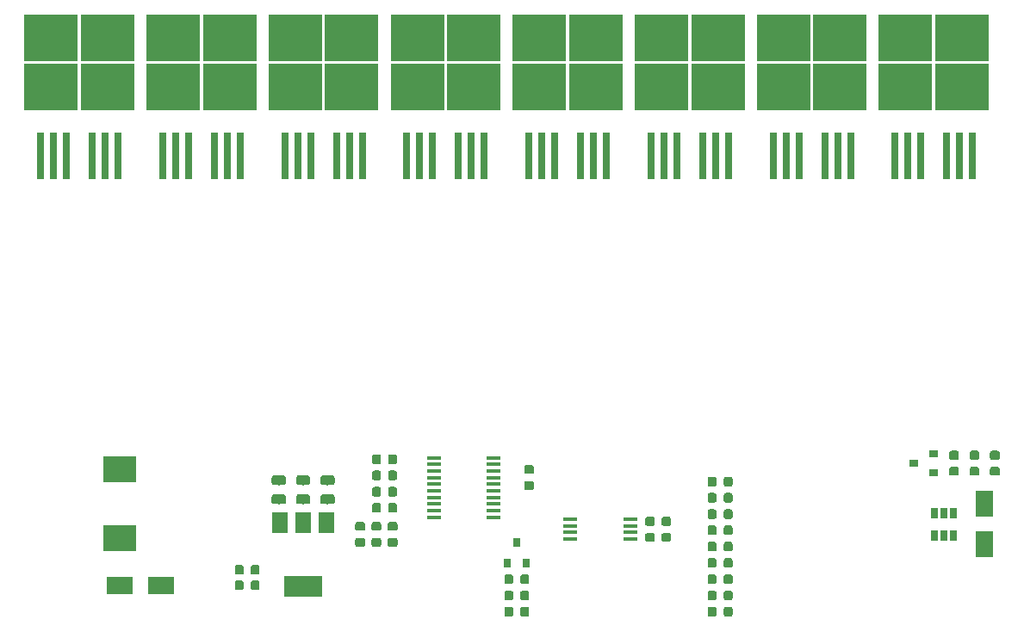
<source format=gbr>
G04 #@! TF.GenerationSoftware,KiCad,Pcbnew,5.99.0-unknown-23e09d3~100~ubuntu18.04.1*
G04 #@! TF.CreationDate,2019-10-17T17:12:07+05:30*
G04 #@! TF.ProjectId,Spot_Welder,53706f74-5f57-4656-9c64-65722e6b6963,rev?*
G04 #@! TF.SameCoordinates,Original*
G04 #@! TF.FileFunction,Paste,Top*
G04 #@! TF.FilePolarity,Positive*
%FSLAX46Y46*%
G04 Gerber Fmt 4.6, Leading zero omitted, Abs format (unit mm)*
G04 Created by KiCad (PCBNEW 5.99.0-unknown-23e09d3~100~ubuntu18.04.1) date 2019-10-17 17:12:07*
%MOMM*%
%LPD*%
G04 APERTURE LIST*
%ADD10R,1.450000X0.450000*%
%ADD11C,0.100000*%
%ADD12C,0.975000*%
%ADD13R,5.250000X4.550000*%
%ADD14R,0.800000X4.600000*%
%ADD15C,0.875000*%
%ADD16R,0.650000X1.060000*%
%ADD17R,1.500000X2.000000*%
%ADD18R,3.800000X2.000000*%
%ADD19R,1.800000X2.500000*%
%ADD20R,0.900000X0.800000*%
%ADD21R,0.800000X0.900000*%
%ADD22R,2.500000X1.800000*%
%ADD23R,3.300000X2.500000*%
G04 APERTURE END LIST*
D10*
X142150000Y-168525000D03*
X142150000Y-169175000D03*
X142150000Y-169825000D03*
X142150000Y-170475000D03*
X136250000Y-170475000D03*
X136250000Y-169825000D03*
X136250000Y-169175000D03*
X136250000Y-168525000D03*
D11*
G36*
X110549529Y-164193554D02*
G01*
X110628607Y-164246393D01*
X110681446Y-164325471D01*
X110700000Y-164418750D01*
X110700000Y-164906250D01*
X110681446Y-164999529D01*
X110628607Y-165078607D01*
X110549529Y-165131446D01*
X110456250Y-165150000D01*
X109543750Y-165150000D01*
X109450471Y-165131446D01*
X109371393Y-165078607D01*
X109318554Y-164999529D01*
X109300000Y-164906250D01*
X109300000Y-164418750D01*
X109318554Y-164325471D01*
X109371393Y-164246393D01*
X109450471Y-164193554D01*
X109543750Y-164175000D01*
X110456250Y-164175000D01*
X110549529Y-164193554D01*
G37*
D12*
X110000000Y-164662500D03*
D11*
G36*
X110549529Y-166068554D02*
G01*
X110628607Y-166121393D01*
X110681446Y-166200471D01*
X110700000Y-166293750D01*
X110700000Y-166781250D01*
X110681446Y-166874529D01*
X110628607Y-166953607D01*
X110549529Y-167006446D01*
X110456250Y-167025000D01*
X109543750Y-167025000D01*
X109450471Y-167006446D01*
X109371393Y-166953607D01*
X109318554Y-166874529D01*
X109300000Y-166781250D01*
X109300000Y-166293750D01*
X109318554Y-166200471D01*
X109371393Y-166121393D01*
X109450471Y-166068554D01*
X109543750Y-166050000D01*
X110456250Y-166050000D01*
X110549529Y-166068554D01*
G37*
D12*
X110000000Y-166537500D03*
D13*
X174775000Y-126050000D03*
X169225000Y-121200000D03*
X169225000Y-126050000D03*
X174775000Y-121200000D03*
D14*
X175810000Y-132775000D03*
X174540000Y-132775000D03*
X173270000Y-132775000D03*
X170730000Y-132775000D03*
X169460000Y-132775000D03*
X168190000Y-132775000D03*
D10*
X128750000Y-162475000D03*
X128750000Y-163125000D03*
X128750000Y-163775000D03*
X128750000Y-164425000D03*
X128750000Y-165075000D03*
X128750000Y-165725000D03*
X128750000Y-166375000D03*
X128750000Y-167025000D03*
X128750000Y-167675000D03*
X128750000Y-168325000D03*
X122850000Y-168325000D03*
X122850000Y-167675000D03*
X122850000Y-167025000D03*
X122850000Y-166375000D03*
X122850000Y-165725000D03*
X122850000Y-165075000D03*
X122850000Y-164425000D03*
X122850000Y-163775000D03*
X122850000Y-163125000D03*
X122850000Y-162475000D03*
D11*
G36*
X132089962Y-175541651D02*
G01*
X132160930Y-175589070D01*
X132208349Y-175660038D01*
X132225000Y-175743750D01*
X132225000Y-176256250D01*
X132208349Y-176339962D01*
X132160930Y-176410930D01*
X132089962Y-176458349D01*
X132006250Y-176475000D01*
X131568750Y-176475000D01*
X131485038Y-176458349D01*
X131414070Y-176410930D01*
X131366651Y-176339962D01*
X131350000Y-176256250D01*
X131350000Y-175743750D01*
X131366651Y-175660038D01*
X131414070Y-175589070D01*
X131485038Y-175541651D01*
X131568750Y-175525000D01*
X132006250Y-175525000D01*
X132089962Y-175541651D01*
G37*
D15*
X131787500Y-176000000D03*
D11*
G36*
X130514962Y-175541651D02*
G01*
X130585930Y-175589070D01*
X130633349Y-175660038D01*
X130650000Y-175743750D01*
X130650000Y-176256250D01*
X130633349Y-176339962D01*
X130585930Y-176410930D01*
X130514962Y-176458349D01*
X130431250Y-176475000D01*
X129993750Y-176475000D01*
X129910038Y-176458349D01*
X129839070Y-176410930D01*
X129791651Y-176339962D01*
X129775000Y-176256250D01*
X129775000Y-175743750D01*
X129791651Y-175660038D01*
X129839070Y-175589070D01*
X129910038Y-175541651D01*
X129993750Y-175525000D01*
X130431250Y-175525000D01*
X130514962Y-175541651D01*
G37*
D15*
X130212500Y-176000000D03*
D11*
G36*
X117514962Y-163741651D02*
G01*
X117585930Y-163789070D01*
X117633349Y-163860038D01*
X117650000Y-163943750D01*
X117650000Y-164456250D01*
X117633349Y-164539962D01*
X117585930Y-164610930D01*
X117514962Y-164658349D01*
X117431250Y-164675000D01*
X116993750Y-164675000D01*
X116910038Y-164658349D01*
X116839070Y-164610930D01*
X116791651Y-164539962D01*
X116775000Y-164456250D01*
X116775000Y-163943750D01*
X116791651Y-163860038D01*
X116839070Y-163789070D01*
X116910038Y-163741651D01*
X116993750Y-163725000D01*
X117431250Y-163725000D01*
X117514962Y-163741651D01*
G37*
D15*
X117212500Y-164200000D03*
D11*
G36*
X119089962Y-163741651D02*
G01*
X119160930Y-163789070D01*
X119208349Y-163860038D01*
X119225000Y-163943750D01*
X119225000Y-164456250D01*
X119208349Y-164539962D01*
X119160930Y-164610930D01*
X119089962Y-164658349D01*
X119006250Y-164675000D01*
X118568750Y-164675000D01*
X118485038Y-164658349D01*
X118414070Y-164610930D01*
X118366651Y-164539962D01*
X118350000Y-164456250D01*
X118350000Y-163943750D01*
X118366651Y-163860038D01*
X118414070Y-163789070D01*
X118485038Y-163741651D01*
X118568750Y-163725000D01*
X119006250Y-163725000D01*
X119089962Y-163741651D01*
G37*
D15*
X118787500Y-164200000D03*
D11*
G36*
X119089962Y-166941651D02*
G01*
X119160930Y-166989070D01*
X119208349Y-167060038D01*
X119225000Y-167143750D01*
X119225000Y-167656250D01*
X119208349Y-167739962D01*
X119160930Y-167810930D01*
X119089962Y-167858349D01*
X119006250Y-167875000D01*
X118568750Y-167875000D01*
X118485038Y-167858349D01*
X118414070Y-167810930D01*
X118366651Y-167739962D01*
X118350000Y-167656250D01*
X118350000Y-167143750D01*
X118366651Y-167060038D01*
X118414070Y-166989070D01*
X118485038Y-166941651D01*
X118568750Y-166925000D01*
X119006250Y-166925000D01*
X119089962Y-166941651D01*
G37*
D15*
X118787500Y-167400000D03*
D11*
G36*
X117514962Y-166941651D02*
G01*
X117585930Y-166989070D01*
X117633349Y-167060038D01*
X117650000Y-167143750D01*
X117650000Y-167656250D01*
X117633349Y-167739962D01*
X117585930Y-167810930D01*
X117514962Y-167858349D01*
X117431250Y-167875000D01*
X116993750Y-167875000D01*
X116910038Y-167858349D01*
X116839070Y-167810930D01*
X116791651Y-167739962D01*
X116775000Y-167656250D01*
X116775000Y-167143750D01*
X116791651Y-167060038D01*
X116839070Y-166989070D01*
X116910038Y-166941651D01*
X116993750Y-166925000D01*
X117431250Y-166925000D01*
X117514962Y-166941651D01*
G37*
D15*
X117212500Y-167400000D03*
D11*
G36*
X117514962Y-165341651D02*
G01*
X117585930Y-165389070D01*
X117633349Y-165460038D01*
X117650000Y-165543750D01*
X117650000Y-166056250D01*
X117633349Y-166139962D01*
X117585930Y-166210930D01*
X117514962Y-166258349D01*
X117431250Y-166275000D01*
X116993750Y-166275000D01*
X116910038Y-166258349D01*
X116839070Y-166210930D01*
X116791651Y-166139962D01*
X116775000Y-166056250D01*
X116775000Y-165543750D01*
X116791651Y-165460038D01*
X116839070Y-165389070D01*
X116910038Y-165341651D01*
X116993750Y-165325000D01*
X117431250Y-165325000D01*
X117514962Y-165341651D01*
G37*
D15*
X117212500Y-165800000D03*
D11*
G36*
X119089962Y-165341651D02*
G01*
X119160930Y-165389070D01*
X119208349Y-165460038D01*
X119225000Y-165543750D01*
X119225000Y-166056250D01*
X119208349Y-166139962D01*
X119160930Y-166210930D01*
X119089962Y-166258349D01*
X119006250Y-166275000D01*
X118568750Y-166275000D01*
X118485038Y-166258349D01*
X118414070Y-166210930D01*
X118366651Y-166139962D01*
X118350000Y-166056250D01*
X118350000Y-165543750D01*
X118366651Y-165460038D01*
X118414070Y-165389070D01*
X118485038Y-165341651D01*
X118568750Y-165325000D01*
X119006250Y-165325000D01*
X119089962Y-165341651D01*
G37*
D15*
X118787500Y-165800000D03*
D11*
G36*
X132539962Y-163191651D02*
G01*
X132610930Y-163239070D01*
X132658349Y-163310038D01*
X132675000Y-163393750D01*
X132675000Y-163831250D01*
X132658349Y-163914962D01*
X132610930Y-163985930D01*
X132539962Y-164033349D01*
X132456250Y-164050000D01*
X131943750Y-164050000D01*
X131860038Y-164033349D01*
X131789070Y-163985930D01*
X131741651Y-163914962D01*
X131725000Y-163831250D01*
X131725000Y-163393750D01*
X131741651Y-163310038D01*
X131789070Y-163239070D01*
X131860038Y-163191651D01*
X131943750Y-163175000D01*
X132456250Y-163175000D01*
X132539962Y-163191651D01*
G37*
D15*
X132200000Y-163612500D03*
D11*
G36*
X132539962Y-164766651D02*
G01*
X132610930Y-164814070D01*
X132658349Y-164885038D01*
X132675000Y-164968750D01*
X132675000Y-165406250D01*
X132658349Y-165489962D01*
X132610930Y-165560930D01*
X132539962Y-165608349D01*
X132456250Y-165625000D01*
X131943750Y-165625000D01*
X131860038Y-165608349D01*
X131789070Y-165560930D01*
X131741651Y-165489962D01*
X131725000Y-165406250D01*
X131725000Y-164968750D01*
X131741651Y-164885038D01*
X131789070Y-164814070D01*
X131860038Y-164766651D01*
X131943750Y-164750000D01*
X132456250Y-164750000D01*
X132539962Y-164766651D01*
G37*
D15*
X132200000Y-165187500D03*
D11*
G36*
X117514962Y-162141651D02*
G01*
X117585930Y-162189070D01*
X117633349Y-162260038D01*
X117650000Y-162343750D01*
X117650000Y-162856250D01*
X117633349Y-162939962D01*
X117585930Y-163010930D01*
X117514962Y-163058349D01*
X117431250Y-163075000D01*
X116993750Y-163075000D01*
X116910038Y-163058349D01*
X116839070Y-163010930D01*
X116791651Y-162939962D01*
X116775000Y-162856250D01*
X116775000Y-162343750D01*
X116791651Y-162260038D01*
X116839070Y-162189070D01*
X116910038Y-162141651D01*
X116993750Y-162125000D01*
X117431250Y-162125000D01*
X117514962Y-162141651D01*
G37*
D15*
X117212500Y-162600000D03*
D11*
G36*
X119089962Y-162141651D02*
G01*
X119160930Y-162189070D01*
X119208349Y-162260038D01*
X119225000Y-162343750D01*
X119225000Y-162856250D01*
X119208349Y-162939962D01*
X119160930Y-163010930D01*
X119089962Y-163058349D01*
X119006250Y-163075000D01*
X118568750Y-163075000D01*
X118485038Y-163058349D01*
X118414070Y-163010930D01*
X118366651Y-162939962D01*
X118350000Y-162856250D01*
X118350000Y-162343750D01*
X118366651Y-162260038D01*
X118414070Y-162189070D01*
X118485038Y-162141651D01*
X118568750Y-162125000D01*
X119006250Y-162125000D01*
X119089962Y-162141651D01*
G37*
D15*
X118787500Y-162600000D03*
D11*
G36*
X144439962Y-169866651D02*
G01*
X144510930Y-169914070D01*
X144558349Y-169985038D01*
X144575000Y-170068750D01*
X144575000Y-170506250D01*
X144558349Y-170589962D01*
X144510930Y-170660930D01*
X144439962Y-170708349D01*
X144356250Y-170725000D01*
X143843750Y-170725000D01*
X143760038Y-170708349D01*
X143689070Y-170660930D01*
X143641651Y-170589962D01*
X143625000Y-170506250D01*
X143625000Y-170068750D01*
X143641651Y-169985038D01*
X143689070Y-169914070D01*
X143760038Y-169866651D01*
X143843750Y-169850000D01*
X144356250Y-169850000D01*
X144439962Y-169866651D01*
G37*
D15*
X144100000Y-170287500D03*
D11*
G36*
X144439962Y-168291651D02*
G01*
X144510930Y-168339070D01*
X144558349Y-168410038D01*
X144575000Y-168493750D01*
X144575000Y-168931250D01*
X144558349Y-169014962D01*
X144510930Y-169085930D01*
X144439962Y-169133349D01*
X144356250Y-169150000D01*
X143843750Y-169150000D01*
X143760038Y-169133349D01*
X143689070Y-169085930D01*
X143641651Y-169014962D01*
X143625000Y-168931250D01*
X143625000Y-168493750D01*
X143641651Y-168410038D01*
X143689070Y-168339070D01*
X143760038Y-168291651D01*
X143843750Y-168275000D01*
X144356250Y-168275000D01*
X144439962Y-168291651D01*
G37*
D15*
X144100000Y-168712500D03*
D11*
G36*
X146039962Y-169866651D02*
G01*
X146110930Y-169914070D01*
X146158349Y-169985038D01*
X146175000Y-170068750D01*
X146175000Y-170506250D01*
X146158349Y-170589962D01*
X146110930Y-170660930D01*
X146039962Y-170708349D01*
X145956250Y-170725000D01*
X145443750Y-170725000D01*
X145360038Y-170708349D01*
X145289070Y-170660930D01*
X145241651Y-170589962D01*
X145225000Y-170506250D01*
X145225000Y-170068750D01*
X145241651Y-169985038D01*
X145289070Y-169914070D01*
X145360038Y-169866651D01*
X145443750Y-169850000D01*
X145956250Y-169850000D01*
X146039962Y-169866651D01*
G37*
D15*
X145700000Y-170287500D03*
D11*
G36*
X146039962Y-168291651D02*
G01*
X146110930Y-168339070D01*
X146158349Y-168410038D01*
X146175000Y-168493750D01*
X146175000Y-168931250D01*
X146158349Y-169014962D01*
X146110930Y-169085930D01*
X146039962Y-169133349D01*
X145956250Y-169150000D01*
X145443750Y-169150000D01*
X145360038Y-169133349D01*
X145289070Y-169085930D01*
X145241651Y-169014962D01*
X145225000Y-168931250D01*
X145225000Y-168493750D01*
X145241651Y-168410038D01*
X145289070Y-168339070D01*
X145360038Y-168291651D01*
X145443750Y-168275000D01*
X145956250Y-168275000D01*
X146039962Y-168291651D01*
G37*
D15*
X145700000Y-168712500D03*
D11*
G36*
X112949529Y-164193554D02*
G01*
X113028607Y-164246393D01*
X113081446Y-164325471D01*
X113100000Y-164418750D01*
X113100000Y-164906250D01*
X113081446Y-164999529D01*
X113028607Y-165078607D01*
X112949529Y-165131446D01*
X112856250Y-165150000D01*
X111943750Y-165150000D01*
X111850471Y-165131446D01*
X111771393Y-165078607D01*
X111718554Y-164999529D01*
X111700000Y-164906250D01*
X111700000Y-164418750D01*
X111718554Y-164325471D01*
X111771393Y-164246393D01*
X111850471Y-164193554D01*
X111943750Y-164175000D01*
X112856250Y-164175000D01*
X112949529Y-164193554D01*
G37*
D12*
X112400000Y-164662500D03*
D11*
G36*
X112949529Y-166068554D02*
G01*
X113028607Y-166121393D01*
X113081446Y-166200471D01*
X113100000Y-166293750D01*
X113100000Y-166781250D01*
X113081446Y-166874529D01*
X113028607Y-166953607D01*
X112949529Y-167006446D01*
X112856250Y-167025000D01*
X111943750Y-167025000D01*
X111850471Y-167006446D01*
X111771393Y-166953607D01*
X111718554Y-166874529D01*
X111700000Y-166781250D01*
X111700000Y-166293750D01*
X111718554Y-166200471D01*
X111771393Y-166121393D01*
X111850471Y-166068554D01*
X111943750Y-166050000D01*
X112856250Y-166050000D01*
X112949529Y-166068554D01*
G37*
D12*
X112400000Y-166537500D03*
D11*
G36*
X108149529Y-164193554D02*
G01*
X108228607Y-164246393D01*
X108281446Y-164325471D01*
X108300000Y-164418750D01*
X108300000Y-164906250D01*
X108281446Y-164999529D01*
X108228607Y-165078607D01*
X108149529Y-165131446D01*
X108056250Y-165150000D01*
X107143750Y-165150000D01*
X107050471Y-165131446D01*
X106971393Y-165078607D01*
X106918554Y-164999529D01*
X106900000Y-164906250D01*
X106900000Y-164418750D01*
X106918554Y-164325471D01*
X106971393Y-164246393D01*
X107050471Y-164193554D01*
X107143750Y-164175000D01*
X108056250Y-164175000D01*
X108149529Y-164193554D01*
G37*
D12*
X107600000Y-164662500D03*
D11*
G36*
X108149529Y-166068554D02*
G01*
X108228607Y-166121393D01*
X108281446Y-166200471D01*
X108300000Y-166293750D01*
X108300000Y-166781250D01*
X108281446Y-166874529D01*
X108228607Y-166953607D01*
X108149529Y-167006446D01*
X108056250Y-167025000D01*
X107143750Y-167025000D01*
X107050471Y-167006446D01*
X106971393Y-166953607D01*
X106918554Y-166874529D01*
X106900000Y-166781250D01*
X106900000Y-166293750D01*
X106918554Y-166200471D01*
X106971393Y-166121393D01*
X107050471Y-166068554D01*
X107143750Y-166050000D01*
X108056250Y-166050000D01*
X108149529Y-166068554D01*
G37*
D12*
X107600000Y-166537500D03*
D13*
X138775000Y-126050000D03*
X133225000Y-121200000D03*
X133225000Y-126050000D03*
X138775000Y-121200000D03*
D14*
X139810000Y-132775000D03*
X138540000Y-132775000D03*
X137270000Y-132775000D03*
X134730000Y-132775000D03*
X133460000Y-132775000D03*
X132190000Y-132775000D03*
D13*
X114775000Y-126050000D03*
X109225000Y-121200000D03*
X109225000Y-126050000D03*
X114775000Y-121200000D03*
D14*
X115810000Y-132775000D03*
X114540000Y-132775000D03*
X113270000Y-132775000D03*
X110730000Y-132775000D03*
X109460000Y-132775000D03*
X108190000Y-132775000D03*
D13*
X162775000Y-126050000D03*
X157225000Y-121200000D03*
X157225000Y-126050000D03*
X162775000Y-121200000D03*
D14*
X163810000Y-132775000D03*
X162540000Y-132775000D03*
X161270000Y-132775000D03*
X158730000Y-132775000D03*
X157460000Y-132775000D03*
X156190000Y-132775000D03*
D13*
X126775000Y-126050000D03*
X121225000Y-121200000D03*
X121225000Y-126050000D03*
X126775000Y-121200000D03*
D14*
X127810000Y-132775000D03*
X126540000Y-132775000D03*
X125270000Y-132775000D03*
X122730000Y-132775000D03*
X121460000Y-132775000D03*
X120190000Y-132775000D03*
D13*
X90775000Y-126050000D03*
X85225000Y-121200000D03*
X85225000Y-126050000D03*
X90775000Y-121200000D03*
D14*
X91810000Y-132775000D03*
X90540000Y-132775000D03*
X89270000Y-132775000D03*
X86730000Y-132775000D03*
X85460000Y-132775000D03*
X84190000Y-132775000D03*
D13*
X150775000Y-126050000D03*
X145225000Y-121200000D03*
X145225000Y-126050000D03*
X150775000Y-121200000D03*
D14*
X151810000Y-132775000D03*
X150540000Y-132775000D03*
X149270000Y-132775000D03*
X146730000Y-132775000D03*
X145460000Y-132775000D03*
X144190000Y-132775000D03*
D16*
X173000000Y-167900000D03*
X172050000Y-167900000D03*
X173950000Y-167900000D03*
X173950000Y-170100000D03*
X173000000Y-170100000D03*
X172050000Y-170100000D03*
D17*
X112300000Y-168850000D03*
X107700000Y-168850000D03*
X110000000Y-168850000D03*
D18*
X110000000Y-175150000D03*
D13*
X102775000Y-126050000D03*
X97225000Y-121200000D03*
X97225000Y-126050000D03*
X102775000Y-121200000D03*
D14*
X103810000Y-132775000D03*
X102540000Y-132775000D03*
X101270000Y-132775000D03*
X98730000Y-132775000D03*
X97460000Y-132775000D03*
X96190000Y-132775000D03*
D11*
G36*
X152089962Y-167541651D02*
G01*
X152160930Y-167589070D01*
X152208349Y-167660038D01*
X152225000Y-167743750D01*
X152225000Y-168256250D01*
X152208349Y-168339962D01*
X152160930Y-168410930D01*
X152089962Y-168458349D01*
X152006250Y-168475000D01*
X151568750Y-168475000D01*
X151485038Y-168458349D01*
X151414070Y-168410930D01*
X151366651Y-168339962D01*
X151350000Y-168256250D01*
X151350000Y-167743750D01*
X151366651Y-167660038D01*
X151414070Y-167589070D01*
X151485038Y-167541651D01*
X151568750Y-167525000D01*
X152006250Y-167525000D01*
X152089962Y-167541651D01*
G37*
D15*
X151787500Y-168000000D03*
D11*
G36*
X150514962Y-167541651D02*
G01*
X150585930Y-167589070D01*
X150633349Y-167660038D01*
X150650000Y-167743750D01*
X150650000Y-168256250D01*
X150633349Y-168339962D01*
X150585930Y-168410930D01*
X150514962Y-168458349D01*
X150431250Y-168475000D01*
X149993750Y-168475000D01*
X149910038Y-168458349D01*
X149839070Y-168410930D01*
X149791651Y-168339962D01*
X149775000Y-168256250D01*
X149775000Y-167743750D01*
X149791651Y-167660038D01*
X149839070Y-167589070D01*
X149910038Y-167541651D01*
X149993750Y-167525000D01*
X150431250Y-167525000D01*
X150514962Y-167541651D01*
G37*
D15*
X150212500Y-168000000D03*
D11*
G36*
X152089962Y-164341651D02*
G01*
X152160930Y-164389070D01*
X152208349Y-164460038D01*
X152225000Y-164543750D01*
X152225000Y-165056250D01*
X152208349Y-165139962D01*
X152160930Y-165210930D01*
X152089962Y-165258349D01*
X152006250Y-165275000D01*
X151568750Y-165275000D01*
X151485038Y-165258349D01*
X151414070Y-165210930D01*
X151366651Y-165139962D01*
X151350000Y-165056250D01*
X151350000Y-164543750D01*
X151366651Y-164460038D01*
X151414070Y-164389070D01*
X151485038Y-164341651D01*
X151568750Y-164325000D01*
X152006250Y-164325000D01*
X152089962Y-164341651D01*
G37*
D15*
X151787500Y-164800000D03*
D11*
G36*
X150514962Y-164341651D02*
G01*
X150585930Y-164389070D01*
X150633349Y-164460038D01*
X150650000Y-164543750D01*
X150650000Y-165056250D01*
X150633349Y-165139962D01*
X150585930Y-165210930D01*
X150514962Y-165258349D01*
X150431250Y-165275000D01*
X149993750Y-165275000D01*
X149910038Y-165258349D01*
X149839070Y-165210930D01*
X149791651Y-165139962D01*
X149775000Y-165056250D01*
X149775000Y-164543750D01*
X149791651Y-164460038D01*
X149839070Y-164389070D01*
X149910038Y-164341651D01*
X149993750Y-164325000D01*
X150431250Y-164325000D01*
X150514962Y-164341651D01*
G37*
D15*
X150212500Y-164800000D03*
D11*
G36*
X150514962Y-177141651D02*
G01*
X150585930Y-177189070D01*
X150633349Y-177260038D01*
X150650000Y-177343750D01*
X150650000Y-177856250D01*
X150633349Y-177939962D01*
X150585930Y-178010930D01*
X150514962Y-178058349D01*
X150431250Y-178075000D01*
X149993750Y-178075000D01*
X149910038Y-178058349D01*
X149839070Y-178010930D01*
X149791651Y-177939962D01*
X149775000Y-177856250D01*
X149775000Y-177343750D01*
X149791651Y-177260038D01*
X149839070Y-177189070D01*
X149910038Y-177141651D01*
X149993750Y-177125000D01*
X150431250Y-177125000D01*
X150514962Y-177141651D01*
G37*
D15*
X150212500Y-177600000D03*
D11*
G36*
X152089962Y-177141651D02*
G01*
X152160930Y-177189070D01*
X152208349Y-177260038D01*
X152225000Y-177343750D01*
X152225000Y-177856250D01*
X152208349Y-177939962D01*
X152160930Y-178010930D01*
X152089962Y-178058349D01*
X152006250Y-178075000D01*
X151568750Y-178075000D01*
X151485038Y-178058349D01*
X151414070Y-178010930D01*
X151366651Y-177939962D01*
X151350000Y-177856250D01*
X151350000Y-177343750D01*
X151366651Y-177260038D01*
X151414070Y-177189070D01*
X151485038Y-177141651D01*
X151568750Y-177125000D01*
X152006250Y-177125000D01*
X152089962Y-177141651D01*
G37*
D15*
X151787500Y-177600000D03*
D11*
G36*
X150514962Y-175541651D02*
G01*
X150585930Y-175589070D01*
X150633349Y-175660038D01*
X150650000Y-175743750D01*
X150650000Y-176256250D01*
X150633349Y-176339962D01*
X150585930Y-176410930D01*
X150514962Y-176458349D01*
X150431250Y-176475000D01*
X149993750Y-176475000D01*
X149910038Y-176458349D01*
X149839070Y-176410930D01*
X149791651Y-176339962D01*
X149775000Y-176256250D01*
X149775000Y-175743750D01*
X149791651Y-175660038D01*
X149839070Y-175589070D01*
X149910038Y-175541651D01*
X149993750Y-175525000D01*
X150431250Y-175525000D01*
X150514962Y-175541651D01*
G37*
D15*
X150212500Y-176000000D03*
D11*
G36*
X152089962Y-175541651D02*
G01*
X152160930Y-175589070D01*
X152208349Y-175660038D01*
X152225000Y-175743750D01*
X152225000Y-176256250D01*
X152208349Y-176339962D01*
X152160930Y-176410930D01*
X152089962Y-176458349D01*
X152006250Y-176475000D01*
X151568750Y-176475000D01*
X151485038Y-176458349D01*
X151414070Y-176410930D01*
X151366651Y-176339962D01*
X151350000Y-176256250D01*
X151350000Y-175743750D01*
X151366651Y-175660038D01*
X151414070Y-175589070D01*
X151485038Y-175541651D01*
X151568750Y-175525000D01*
X152006250Y-175525000D01*
X152089962Y-175541651D01*
G37*
D15*
X151787500Y-176000000D03*
D11*
G36*
X150514962Y-170741651D02*
G01*
X150585930Y-170789070D01*
X150633349Y-170860038D01*
X150650000Y-170943750D01*
X150650000Y-171456250D01*
X150633349Y-171539962D01*
X150585930Y-171610930D01*
X150514962Y-171658349D01*
X150431250Y-171675000D01*
X149993750Y-171675000D01*
X149910038Y-171658349D01*
X149839070Y-171610930D01*
X149791651Y-171539962D01*
X149775000Y-171456250D01*
X149775000Y-170943750D01*
X149791651Y-170860038D01*
X149839070Y-170789070D01*
X149910038Y-170741651D01*
X149993750Y-170725000D01*
X150431250Y-170725000D01*
X150514962Y-170741651D01*
G37*
D15*
X150212500Y-171200000D03*
D11*
G36*
X152089962Y-170741651D02*
G01*
X152160930Y-170789070D01*
X152208349Y-170860038D01*
X152225000Y-170943750D01*
X152225000Y-171456250D01*
X152208349Y-171539962D01*
X152160930Y-171610930D01*
X152089962Y-171658349D01*
X152006250Y-171675000D01*
X151568750Y-171675000D01*
X151485038Y-171658349D01*
X151414070Y-171610930D01*
X151366651Y-171539962D01*
X151350000Y-171456250D01*
X151350000Y-170943750D01*
X151366651Y-170860038D01*
X151414070Y-170789070D01*
X151485038Y-170741651D01*
X151568750Y-170725000D01*
X152006250Y-170725000D01*
X152089962Y-170741651D01*
G37*
D15*
X151787500Y-171200000D03*
D11*
G36*
X152089962Y-172341651D02*
G01*
X152160930Y-172389070D01*
X152208349Y-172460038D01*
X152225000Y-172543750D01*
X152225000Y-173056250D01*
X152208349Y-173139962D01*
X152160930Y-173210930D01*
X152089962Y-173258349D01*
X152006250Y-173275000D01*
X151568750Y-173275000D01*
X151485038Y-173258349D01*
X151414070Y-173210930D01*
X151366651Y-173139962D01*
X151350000Y-173056250D01*
X151350000Y-172543750D01*
X151366651Y-172460038D01*
X151414070Y-172389070D01*
X151485038Y-172341651D01*
X151568750Y-172325000D01*
X152006250Y-172325000D01*
X152089962Y-172341651D01*
G37*
D15*
X151787500Y-172800000D03*
D11*
G36*
X150514962Y-172341651D02*
G01*
X150585930Y-172389070D01*
X150633349Y-172460038D01*
X150650000Y-172543750D01*
X150650000Y-173056250D01*
X150633349Y-173139962D01*
X150585930Y-173210930D01*
X150514962Y-173258349D01*
X150431250Y-173275000D01*
X149993750Y-173275000D01*
X149910038Y-173258349D01*
X149839070Y-173210930D01*
X149791651Y-173139962D01*
X149775000Y-173056250D01*
X149775000Y-172543750D01*
X149791651Y-172460038D01*
X149839070Y-172389070D01*
X149910038Y-172341651D01*
X149993750Y-172325000D01*
X150431250Y-172325000D01*
X150514962Y-172341651D01*
G37*
D15*
X150212500Y-172800000D03*
D11*
G36*
X176339962Y-161791651D02*
G01*
X176410930Y-161839070D01*
X176458349Y-161910038D01*
X176475000Y-161993750D01*
X176475000Y-162431250D01*
X176458349Y-162514962D01*
X176410930Y-162585930D01*
X176339962Y-162633349D01*
X176256250Y-162650000D01*
X175743750Y-162650000D01*
X175660038Y-162633349D01*
X175589070Y-162585930D01*
X175541651Y-162514962D01*
X175525000Y-162431250D01*
X175525000Y-161993750D01*
X175541651Y-161910038D01*
X175589070Y-161839070D01*
X175660038Y-161791651D01*
X175743750Y-161775000D01*
X176256250Y-161775000D01*
X176339962Y-161791651D01*
G37*
D15*
X176000000Y-162212500D03*
D11*
G36*
X176339962Y-163366651D02*
G01*
X176410930Y-163414070D01*
X176458349Y-163485038D01*
X176475000Y-163568750D01*
X176475000Y-164006250D01*
X176458349Y-164089962D01*
X176410930Y-164160930D01*
X176339962Y-164208349D01*
X176256250Y-164225000D01*
X175743750Y-164225000D01*
X175660038Y-164208349D01*
X175589070Y-164160930D01*
X175541651Y-164089962D01*
X175525000Y-164006250D01*
X175525000Y-163568750D01*
X175541651Y-163485038D01*
X175589070Y-163414070D01*
X175660038Y-163366651D01*
X175743750Y-163350000D01*
X176256250Y-163350000D01*
X176339962Y-163366651D01*
G37*
D15*
X176000000Y-163787500D03*
D11*
G36*
X178339962Y-163366651D02*
G01*
X178410930Y-163414070D01*
X178458349Y-163485038D01*
X178475000Y-163568750D01*
X178475000Y-164006250D01*
X178458349Y-164089962D01*
X178410930Y-164160930D01*
X178339962Y-164208349D01*
X178256250Y-164225000D01*
X177743750Y-164225000D01*
X177660038Y-164208349D01*
X177589070Y-164160930D01*
X177541651Y-164089962D01*
X177525000Y-164006250D01*
X177525000Y-163568750D01*
X177541651Y-163485038D01*
X177589070Y-163414070D01*
X177660038Y-163366651D01*
X177743750Y-163350000D01*
X178256250Y-163350000D01*
X178339962Y-163366651D01*
G37*
D15*
X178000000Y-163787500D03*
D11*
G36*
X178339962Y-161791651D02*
G01*
X178410930Y-161839070D01*
X178458349Y-161910038D01*
X178475000Y-161993750D01*
X178475000Y-162431250D01*
X178458349Y-162514962D01*
X178410930Y-162585930D01*
X178339962Y-162633349D01*
X178256250Y-162650000D01*
X177743750Y-162650000D01*
X177660038Y-162633349D01*
X177589070Y-162585930D01*
X177541651Y-162514962D01*
X177525000Y-162431250D01*
X177525000Y-161993750D01*
X177541651Y-161910038D01*
X177589070Y-161839070D01*
X177660038Y-161791651D01*
X177743750Y-161775000D01*
X178256250Y-161775000D01*
X178339962Y-161791651D01*
G37*
D15*
X178000000Y-162212500D03*
D11*
G36*
X130514962Y-177141651D02*
G01*
X130585930Y-177189070D01*
X130633349Y-177260038D01*
X130650000Y-177343750D01*
X130650000Y-177856250D01*
X130633349Y-177939962D01*
X130585930Y-178010930D01*
X130514962Y-178058349D01*
X130431250Y-178075000D01*
X129993750Y-178075000D01*
X129910038Y-178058349D01*
X129839070Y-178010930D01*
X129791651Y-177939962D01*
X129775000Y-177856250D01*
X129775000Y-177343750D01*
X129791651Y-177260038D01*
X129839070Y-177189070D01*
X129910038Y-177141651D01*
X129993750Y-177125000D01*
X130431250Y-177125000D01*
X130514962Y-177141651D01*
G37*
D15*
X130212500Y-177600000D03*
D11*
G36*
X132089962Y-177141651D02*
G01*
X132160930Y-177189070D01*
X132208349Y-177260038D01*
X132225000Y-177343750D01*
X132225000Y-177856250D01*
X132208349Y-177939962D01*
X132160930Y-178010930D01*
X132089962Y-178058349D01*
X132006250Y-178075000D01*
X131568750Y-178075000D01*
X131485038Y-178058349D01*
X131414070Y-178010930D01*
X131366651Y-177939962D01*
X131350000Y-177856250D01*
X131350000Y-177343750D01*
X131366651Y-177260038D01*
X131414070Y-177189070D01*
X131485038Y-177141651D01*
X131568750Y-177125000D01*
X132006250Y-177125000D01*
X132089962Y-177141651D01*
G37*
D15*
X131787500Y-177600000D03*
D11*
G36*
X117539962Y-168791651D02*
G01*
X117610930Y-168839070D01*
X117658349Y-168910038D01*
X117675000Y-168993750D01*
X117675000Y-169431250D01*
X117658349Y-169514962D01*
X117610930Y-169585930D01*
X117539962Y-169633349D01*
X117456250Y-169650000D01*
X116943750Y-169650000D01*
X116860038Y-169633349D01*
X116789070Y-169585930D01*
X116741651Y-169514962D01*
X116725000Y-169431250D01*
X116725000Y-168993750D01*
X116741651Y-168910038D01*
X116789070Y-168839070D01*
X116860038Y-168791651D01*
X116943750Y-168775000D01*
X117456250Y-168775000D01*
X117539962Y-168791651D01*
G37*
D15*
X117200000Y-169212500D03*
D11*
G36*
X117539962Y-170366651D02*
G01*
X117610930Y-170414070D01*
X117658349Y-170485038D01*
X117675000Y-170568750D01*
X117675000Y-171006250D01*
X117658349Y-171089962D01*
X117610930Y-171160930D01*
X117539962Y-171208349D01*
X117456250Y-171225000D01*
X116943750Y-171225000D01*
X116860038Y-171208349D01*
X116789070Y-171160930D01*
X116741651Y-171089962D01*
X116725000Y-171006250D01*
X116725000Y-170568750D01*
X116741651Y-170485038D01*
X116789070Y-170414070D01*
X116860038Y-170366651D01*
X116943750Y-170350000D01*
X117456250Y-170350000D01*
X117539962Y-170366651D01*
G37*
D15*
X117200000Y-170787500D03*
D11*
G36*
X115939962Y-170366651D02*
G01*
X116010930Y-170414070D01*
X116058349Y-170485038D01*
X116075000Y-170568750D01*
X116075000Y-171006250D01*
X116058349Y-171089962D01*
X116010930Y-171160930D01*
X115939962Y-171208349D01*
X115856250Y-171225000D01*
X115343750Y-171225000D01*
X115260038Y-171208349D01*
X115189070Y-171160930D01*
X115141651Y-171089962D01*
X115125000Y-171006250D01*
X115125000Y-170568750D01*
X115141651Y-170485038D01*
X115189070Y-170414070D01*
X115260038Y-170366651D01*
X115343750Y-170350000D01*
X115856250Y-170350000D01*
X115939962Y-170366651D01*
G37*
D15*
X115600000Y-170787500D03*
D11*
G36*
X115939962Y-168791651D02*
G01*
X116010930Y-168839070D01*
X116058349Y-168910038D01*
X116075000Y-168993750D01*
X116075000Y-169431250D01*
X116058349Y-169514962D01*
X116010930Y-169585930D01*
X115939962Y-169633349D01*
X115856250Y-169650000D01*
X115343750Y-169650000D01*
X115260038Y-169633349D01*
X115189070Y-169585930D01*
X115141651Y-169514962D01*
X115125000Y-169431250D01*
X115125000Y-168993750D01*
X115141651Y-168910038D01*
X115189070Y-168839070D01*
X115260038Y-168791651D01*
X115343750Y-168775000D01*
X115856250Y-168775000D01*
X115939962Y-168791651D01*
G37*
D15*
X115600000Y-169212500D03*
D19*
X177000000Y-171000000D03*
X177000000Y-167000000D03*
D20*
X170000000Y-163000000D03*
X172000000Y-162050000D03*
X172000000Y-163950000D03*
D21*
X131000000Y-170800000D03*
X131950000Y-172800000D03*
X130050000Y-172800000D03*
D22*
X92000000Y-175000000D03*
X96000000Y-175000000D03*
D23*
X92000000Y-163600000D03*
X92000000Y-170400000D03*
D11*
G36*
X152089962Y-165941651D02*
G01*
X152160930Y-165989070D01*
X152208349Y-166060038D01*
X152225000Y-166143750D01*
X152225000Y-166656250D01*
X152208349Y-166739962D01*
X152160930Y-166810930D01*
X152089962Y-166858349D01*
X152006250Y-166875000D01*
X151568750Y-166875000D01*
X151485038Y-166858349D01*
X151414070Y-166810930D01*
X151366651Y-166739962D01*
X151350000Y-166656250D01*
X151350000Y-166143750D01*
X151366651Y-166060038D01*
X151414070Y-165989070D01*
X151485038Y-165941651D01*
X151568750Y-165925000D01*
X152006250Y-165925000D01*
X152089962Y-165941651D01*
G37*
D15*
X151787500Y-166400000D03*
D11*
G36*
X150514962Y-165941651D02*
G01*
X150585930Y-165989070D01*
X150633349Y-166060038D01*
X150650000Y-166143750D01*
X150650000Y-166656250D01*
X150633349Y-166739962D01*
X150585930Y-166810930D01*
X150514962Y-166858349D01*
X150431250Y-166875000D01*
X149993750Y-166875000D01*
X149910038Y-166858349D01*
X149839070Y-166810930D01*
X149791651Y-166739962D01*
X149775000Y-166656250D01*
X149775000Y-166143750D01*
X149791651Y-166060038D01*
X149839070Y-165989070D01*
X149910038Y-165941651D01*
X149993750Y-165925000D01*
X150431250Y-165925000D01*
X150514962Y-165941651D01*
G37*
D15*
X150212500Y-166400000D03*
D11*
G36*
X150514962Y-173941651D02*
G01*
X150585930Y-173989070D01*
X150633349Y-174060038D01*
X150650000Y-174143750D01*
X150650000Y-174656250D01*
X150633349Y-174739962D01*
X150585930Y-174810930D01*
X150514962Y-174858349D01*
X150431250Y-174875000D01*
X149993750Y-174875000D01*
X149910038Y-174858349D01*
X149839070Y-174810930D01*
X149791651Y-174739962D01*
X149775000Y-174656250D01*
X149775000Y-174143750D01*
X149791651Y-174060038D01*
X149839070Y-173989070D01*
X149910038Y-173941651D01*
X149993750Y-173925000D01*
X150431250Y-173925000D01*
X150514962Y-173941651D01*
G37*
D15*
X150212500Y-174400000D03*
D11*
G36*
X152089962Y-173941651D02*
G01*
X152160930Y-173989070D01*
X152208349Y-174060038D01*
X152225000Y-174143750D01*
X152225000Y-174656250D01*
X152208349Y-174739962D01*
X152160930Y-174810930D01*
X152089962Y-174858349D01*
X152006250Y-174875000D01*
X151568750Y-174875000D01*
X151485038Y-174858349D01*
X151414070Y-174810930D01*
X151366651Y-174739962D01*
X151350000Y-174656250D01*
X151350000Y-174143750D01*
X151366651Y-174060038D01*
X151414070Y-173989070D01*
X151485038Y-173941651D01*
X151568750Y-173925000D01*
X152006250Y-173925000D01*
X152089962Y-173941651D01*
G37*
D15*
X151787500Y-174400000D03*
D11*
G36*
X150514962Y-169141651D02*
G01*
X150585930Y-169189070D01*
X150633349Y-169260038D01*
X150650000Y-169343750D01*
X150650000Y-169856250D01*
X150633349Y-169939962D01*
X150585930Y-170010930D01*
X150514962Y-170058349D01*
X150431250Y-170075000D01*
X149993750Y-170075000D01*
X149910038Y-170058349D01*
X149839070Y-170010930D01*
X149791651Y-169939962D01*
X149775000Y-169856250D01*
X149775000Y-169343750D01*
X149791651Y-169260038D01*
X149839070Y-169189070D01*
X149910038Y-169141651D01*
X149993750Y-169125000D01*
X150431250Y-169125000D01*
X150514962Y-169141651D01*
G37*
D15*
X150212500Y-169600000D03*
D11*
G36*
X152089962Y-169141651D02*
G01*
X152160930Y-169189070D01*
X152208349Y-169260038D01*
X152225000Y-169343750D01*
X152225000Y-169856250D01*
X152208349Y-169939962D01*
X152160930Y-170010930D01*
X152089962Y-170058349D01*
X152006250Y-170075000D01*
X151568750Y-170075000D01*
X151485038Y-170058349D01*
X151414070Y-170010930D01*
X151366651Y-169939962D01*
X151350000Y-169856250D01*
X151350000Y-169343750D01*
X151366651Y-169260038D01*
X151414070Y-169189070D01*
X151485038Y-169141651D01*
X151568750Y-169125000D01*
X152006250Y-169125000D01*
X152089962Y-169141651D01*
G37*
D15*
X151787500Y-169600000D03*
D11*
G36*
X174339962Y-161791651D02*
G01*
X174410930Y-161839070D01*
X174458349Y-161910038D01*
X174475000Y-161993750D01*
X174475000Y-162431250D01*
X174458349Y-162514962D01*
X174410930Y-162585930D01*
X174339962Y-162633349D01*
X174256250Y-162650000D01*
X173743750Y-162650000D01*
X173660038Y-162633349D01*
X173589070Y-162585930D01*
X173541651Y-162514962D01*
X173525000Y-162431250D01*
X173525000Y-161993750D01*
X173541651Y-161910038D01*
X173589070Y-161839070D01*
X173660038Y-161791651D01*
X173743750Y-161775000D01*
X174256250Y-161775000D01*
X174339962Y-161791651D01*
G37*
D15*
X174000000Y-162212500D03*
D11*
G36*
X174339962Y-163366651D02*
G01*
X174410930Y-163414070D01*
X174458349Y-163485038D01*
X174475000Y-163568750D01*
X174475000Y-164006250D01*
X174458349Y-164089962D01*
X174410930Y-164160930D01*
X174339962Y-164208349D01*
X174256250Y-164225000D01*
X173743750Y-164225000D01*
X173660038Y-164208349D01*
X173589070Y-164160930D01*
X173541651Y-164089962D01*
X173525000Y-164006250D01*
X173525000Y-163568750D01*
X173541651Y-163485038D01*
X173589070Y-163414070D01*
X173660038Y-163366651D01*
X173743750Y-163350000D01*
X174256250Y-163350000D01*
X174339962Y-163366651D01*
G37*
D15*
X174000000Y-163787500D03*
D11*
G36*
X132089962Y-173941651D02*
G01*
X132160930Y-173989070D01*
X132208349Y-174060038D01*
X132225000Y-174143750D01*
X132225000Y-174656250D01*
X132208349Y-174739962D01*
X132160930Y-174810930D01*
X132089962Y-174858349D01*
X132006250Y-174875000D01*
X131568750Y-174875000D01*
X131485038Y-174858349D01*
X131414070Y-174810930D01*
X131366651Y-174739962D01*
X131350000Y-174656250D01*
X131350000Y-174143750D01*
X131366651Y-174060038D01*
X131414070Y-173989070D01*
X131485038Y-173941651D01*
X131568750Y-173925000D01*
X132006250Y-173925000D01*
X132089962Y-173941651D01*
G37*
D15*
X131787500Y-174400000D03*
D11*
G36*
X130514962Y-173941651D02*
G01*
X130585930Y-173989070D01*
X130633349Y-174060038D01*
X130650000Y-174143750D01*
X130650000Y-174656250D01*
X130633349Y-174739962D01*
X130585930Y-174810930D01*
X130514962Y-174858349D01*
X130431250Y-174875000D01*
X129993750Y-174875000D01*
X129910038Y-174858349D01*
X129839070Y-174810930D01*
X129791651Y-174739962D01*
X129775000Y-174656250D01*
X129775000Y-174143750D01*
X129791651Y-174060038D01*
X129839070Y-173989070D01*
X129910038Y-173941651D01*
X129993750Y-173925000D01*
X130431250Y-173925000D01*
X130514962Y-173941651D01*
G37*
D15*
X130212500Y-174400000D03*
D11*
G36*
X119139962Y-168791651D02*
G01*
X119210930Y-168839070D01*
X119258349Y-168910038D01*
X119275000Y-168993750D01*
X119275000Y-169431250D01*
X119258349Y-169514962D01*
X119210930Y-169585930D01*
X119139962Y-169633349D01*
X119056250Y-169650000D01*
X118543750Y-169650000D01*
X118460038Y-169633349D01*
X118389070Y-169585930D01*
X118341651Y-169514962D01*
X118325000Y-169431250D01*
X118325000Y-168993750D01*
X118341651Y-168910038D01*
X118389070Y-168839070D01*
X118460038Y-168791651D01*
X118543750Y-168775000D01*
X119056250Y-168775000D01*
X119139962Y-168791651D01*
G37*
D15*
X118800000Y-169212500D03*
D11*
G36*
X119139962Y-170366651D02*
G01*
X119210930Y-170414070D01*
X119258349Y-170485038D01*
X119275000Y-170568750D01*
X119275000Y-171006250D01*
X119258349Y-171089962D01*
X119210930Y-171160930D01*
X119139962Y-171208349D01*
X119056250Y-171225000D01*
X118543750Y-171225000D01*
X118460038Y-171208349D01*
X118389070Y-171160930D01*
X118341651Y-171089962D01*
X118325000Y-171006250D01*
X118325000Y-170568750D01*
X118341651Y-170485038D01*
X118389070Y-170414070D01*
X118460038Y-170366651D01*
X118543750Y-170350000D01*
X119056250Y-170350000D01*
X119139962Y-170366651D01*
G37*
D15*
X118800000Y-170787500D03*
D11*
G36*
X104014962Y-174541651D02*
G01*
X104085930Y-174589070D01*
X104133349Y-174660038D01*
X104150000Y-174743750D01*
X104150000Y-175256250D01*
X104133349Y-175339962D01*
X104085930Y-175410930D01*
X104014962Y-175458349D01*
X103931250Y-175475000D01*
X103493750Y-175475000D01*
X103410038Y-175458349D01*
X103339070Y-175410930D01*
X103291651Y-175339962D01*
X103275000Y-175256250D01*
X103275000Y-174743750D01*
X103291651Y-174660038D01*
X103339070Y-174589070D01*
X103410038Y-174541651D01*
X103493750Y-174525000D01*
X103931250Y-174525000D01*
X104014962Y-174541651D01*
G37*
D15*
X103712500Y-175000000D03*
D11*
G36*
X105589962Y-174541651D02*
G01*
X105660930Y-174589070D01*
X105708349Y-174660038D01*
X105725000Y-174743750D01*
X105725000Y-175256250D01*
X105708349Y-175339962D01*
X105660930Y-175410930D01*
X105589962Y-175458349D01*
X105506250Y-175475000D01*
X105068750Y-175475000D01*
X104985038Y-175458349D01*
X104914070Y-175410930D01*
X104866651Y-175339962D01*
X104850000Y-175256250D01*
X104850000Y-174743750D01*
X104866651Y-174660038D01*
X104914070Y-174589070D01*
X104985038Y-174541651D01*
X105068750Y-174525000D01*
X105506250Y-174525000D01*
X105589962Y-174541651D01*
G37*
D15*
X105287500Y-175000000D03*
D11*
G36*
X104014962Y-173041651D02*
G01*
X104085930Y-173089070D01*
X104133349Y-173160038D01*
X104150000Y-173243750D01*
X104150000Y-173756250D01*
X104133349Y-173839962D01*
X104085930Y-173910930D01*
X104014962Y-173958349D01*
X103931250Y-173975000D01*
X103493750Y-173975000D01*
X103410038Y-173958349D01*
X103339070Y-173910930D01*
X103291651Y-173839962D01*
X103275000Y-173756250D01*
X103275000Y-173243750D01*
X103291651Y-173160038D01*
X103339070Y-173089070D01*
X103410038Y-173041651D01*
X103493750Y-173025000D01*
X103931250Y-173025000D01*
X104014962Y-173041651D01*
G37*
D15*
X103712500Y-173500000D03*
D11*
G36*
X105589962Y-173041651D02*
G01*
X105660930Y-173089070D01*
X105708349Y-173160038D01*
X105725000Y-173243750D01*
X105725000Y-173756250D01*
X105708349Y-173839962D01*
X105660930Y-173910930D01*
X105589962Y-173958349D01*
X105506250Y-173975000D01*
X105068750Y-173975000D01*
X104985038Y-173958349D01*
X104914070Y-173910930D01*
X104866651Y-173839962D01*
X104850000Y-173756250D01*
X104850000Y-173243750D01*
X104866651Y-173160038D01*
X104914070Y-173089070D01*
X104985038Y-173041651D01*
X105068750Y-173025000D01*
X105506250Y-173025000D01*
X105589962Y-173041651D01*
G37*
D15*
X105287500Y-173500000D03*
M02*

</source>
